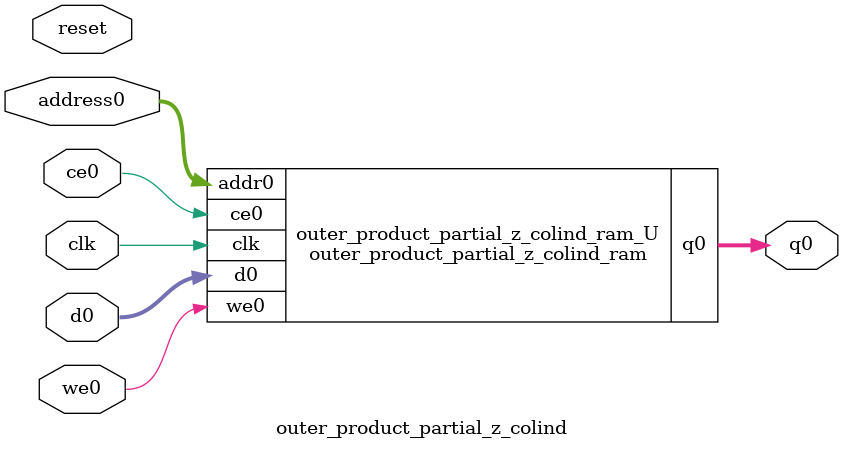
<source format=v>
`timescale 1 ns / 1 ps
module outer_product_partial_z_colind_ram (addr0, ce0, d0, we0, q0,  clk);

parameter DWIDTH = 3;
parameter AWIDTH = 5;
parameter MEM_SIZE = 20;

input[AWIDTH-1:0] addr0;
input ce0;
input[DWIDTH-1:0] d0;
input we0;
output reg[DWIDTH-1:0] q0;
input clk;

reg [DWIDTH-1:0] ram[0:MEM_SIZE-1];




always @(posedge clk)  
begin 
    if (ce0) begin
        if (we0) 
            ram[addr0] <= d0; 
        q0 <= ram[addr0];
    end
end


endmodule

`timescale 1 ns / 1 ps
module outer_product_partial_z_colind(
    reset,
    clk,
    address0,
    ce0,
    we0,
    d0,
    q0);

parameter DataWidth = 32'd3;
parameter AddressRange = 32'd20;
parameter AddressWidth = 32'd5;
input reset;
input clk;
input[AddressWidth - 1:0] address0;
input ce0;
input we0;
input[DataWidth - 1:0] d0;
output[DataWidth - 1:0] q0;



outer_product_partial_z_colind_ram outer_product_partial_z_colind_ram_U(
    .clk( clk ),
    .addr0( address0 ),
    .ce0( ce0 ),
    .we0( we0 ),
    .d0( d0 ),
    .q0( q0 ));

endmodule


</source>
